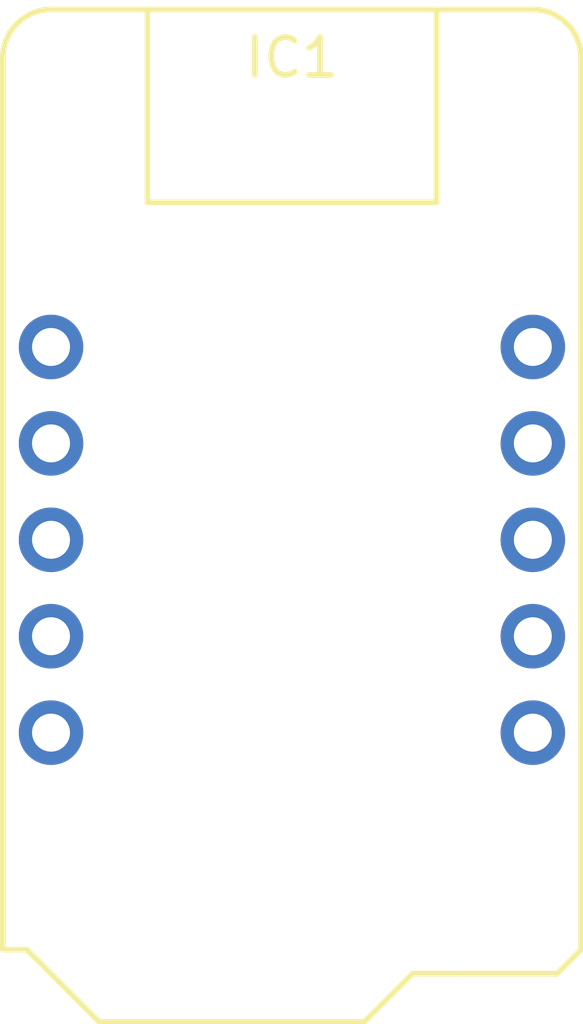
<source format=kicad_pcb>
(kicad_pcb (version 4) (host pcbnew 4.0.7)

  (general
    (links 0)
    (no_connects 0)
    (area 0 0 0 0)
    (thickness 1.6)
    (drawings 0)
    (tracks 0)
    (zones 0)
    (modules 1)
    (nets 11)
  )

  (page A4)
  (layers
    (0 F.Cu signal)
    (31 B.Cu signal)
    (32 B.Adhes user)
    (33 F.Adhes user)
    (34 B.Paste user)
    (35 F.Paste user)
    (36 B.SilkS user)
    (37 F.SilkS user)
    (38 B.Mask user)
    (39 F.Mask user)
    (40 Dwgs.User user)
    (41 Cmts.User user)
    (42 Eco1.User user)
    (43 Eco2.User user)
    (44 Edge.Cuts user)
    (45 Margin user)
    (46 B.CrtYd user)
    (47 F.CrtYd user)
    (48 B.Fab user)
    (49 F.Fab user)
  )

  (setup
    (last_trace_width 0.25)
    (trace_clearance 0.2)
    (zone_clearance 0.508)
    (zone_45_only no)
    (trace_min 0.2)
    (segment_width 0.2)
    (edge_width 0.15)
    (via_size 0.6)
    (via_drill 0.4)
    (via_min_size 0.4)
    (via_min_drill 0.3)
    (uvia_size 0.3)
    (uvia_drill 0.1)
    (uvias_allowed no)
    (uvia_min_size 0.2)
    (uvia_min_drill 0.1)
    (pcb_text_width 0.3)
    (pcb_text_size 1.5 1.5)
    (mod_edge_width 0.15)
    (mod_text_size 1 1)
    (mod_text_width 0.15)
    (pad_size 1.524 1.524)
    (pad_drill 0.762)
    (pad_to_mask_clearance 0.2)
    (aux_axis_origin 0 0)
    (visible_elements FFFFFF7F)
    (pcbplotparams
      (layerselection 0x00030_80000001)
      (usegerberextensions false)
      (excludeedgelayer true)
      (linewidth 0.100000)
      (plotframeref false)
      (viasonmask false)
      (mode 1)
      (useauxorigin false)
      (hpglpennumber 1)
      (hpglpenspeed 20)
      (hpglpendiameter 15)
      (hpglpenoverlay 2)
      (psnegative false)
      (psa4output false)
      (plotreference true)
      (plotvalue true)
      (plotinvisibletext false)
      (padsonsilk false)
      (subtractmaskfromsilk false)
      (outputformat 1)
      (mirror false)
      (drillshape 1)
      (scaleselection 1)
      (outputdirectory ""))
  )

  (net 0 "")
  (net 1 "Net-(IC1-Pad1)")
  (net 2 "Net-(IC1-Pad2)")
  (net 3 "Net-(IC1-Pad3)")
  (net 4 "Net-(IC1-Pad4)")
  (net 5 "Net-(IC1-Pad5)")
  (net 6 "Net-(IC1-Pad6)")
  (net 7 "Net-(IC1-Pad7)")
  (net 8 "Net-(IC1-Pad8)")
  (net 9 "Net-(IC1-Pad9)")
  (net 10 "Net-(IC1-Pad10)")

  (net_class Default "This is the default net class."
    (clearance 0.2)
    (trace_width 0.25)
    (via_dia 0.6)
    (via_drill 0.4)
    (uvia_dia 0.3)
    (uvia_drill 0.1)
    (add_net "Net-(IC1-Pad1)")
    (add_net "Net-(IC1-Pad10)")
    (add_net "Net-(IC1-Pad2)")
    (add_net "Net-(IC1-Pad3)")
    (add_net "Net-(IC1-Pad4)")
    (add_net "Net-(IC1-Pad5)")
    (add_net "Net-(IC1-Pad6)")
    (add_net "Net-(IC1-Pad7)")
    (add_net "Net-(IC1-Pad8)")
    (add_net "Net-(IC1-Pad9)")
  )

  (module 3000_Society_Badge:Trinket_3v3 (layer F.Cu) (tedit 5A120419) (tstamp 5C86F73E)
    (at 148.5011 105.0036)
    (descr "IC, Adafruit, Trinket M0, 3v3, Trinket3v3")
    (tags "IC Adafruit Trinket M0 3v3 Trinket3v3")
    (path /5C86C918)
    (fp_text reference IC1 (at 0 1.27) (layer F.SilkS)
      (effects (font (size 1 1) (thickness 0.15)))
    )
    (fp_text value Trinket3v3 (at 0 6.985) (layer F.Fab)
      (effects (font (size 1 1) (thickness 0.15)))
    )
    (fp_line (start -6.985 24.765) (end -7.62 24.765) (layer F.SilkS) (width 0.15))
    (fp_line (start 7.62 24.765) (end 7.62 1.27) (layer F.SilkS) (width 0.15))
    (fp_line (start -5.08 26.67) (end -6.985 24.765) (layer F.SilkS) (width 0.15))
    (fp_line (start 1.905 26.67) (end -5.08 26.67) (layer F.SilkS) (width 0.15))
    (fp_line (start 3.175 25.4) (end 1.905 26.67) (layer F.SilkS) (width 0.15))
    (fp_line (start 4.445 25.4) (end 3.175 25.4) (layer F.SilkS) (width 0.15))
    (fp_line (start 6.985 25.4) (end 4.445 25.4) (layer F.SilkS) (width 0.15))
    (fp_line (start 7.62 24.765) (end 6.985 25.4) (layer F.SilkS) (width 0.15))
    (fp_circle (center -1.5 14.224) (end -3 14.224) (layer Dwgs.User) (width 0.15))
    (fp_line (start -0.254 15.494) (end -0.254 12.954) (layer Dwgs.User) (width 0.15))
    (fp_line (start -2.794 15.494) (end -0.254 15.494) (layer Dwgs.User) (width 0.15))
    (fp_line (start -2.794 12.954) (end -2.794 15.494) (layer Dwgs.User) (width 0.15))
    (fp_line (start -0.254 12.954) (end -2.794 12.954) (layer Dwgs.User) (width 0.15))
    (fp_line (start -6.35 0) (end 6.35 0) (layer F.SilkS) (width 0.15))
    (fp_line (start -7.62 24.765) (end -7.62 1.27) (layer F.SilkS) (width 0.15))
    (fp_arc (start 6.35 1.27) (end 6.35 0) (angle 90) (layer F.SilkS) (width 0.15))
    (fp_arc (start -6.35 1.27) (end -7.62 1.27) (angle 90) (layer F.SilkS) (width 0.15))
    (fp_line (start 3.81 5.08) (end 3.81 0) (layer F.SilkS) (width 0.15))
    (fp_line (start -3.81 5.08) (end 3.81 5.08) (layer F.SilkS) (width 0.15))
    (fp_line (start -3.81 0) (end -3.81 5.08) (layer F.SilkS) (width 0.15))
    (pad 1 thru_hole circle (at -6.35 8.89) (size 1.7 1.7) (drill 1) (layers *.Cu *.Mask)
      (net 1 "Net-(IC1-Pad1)"))
    (pad 2 thru_hole circle (at -6.35 11.43) (size 1.7 1.7) (drill 1) (layers *.Cu *.Mask)
      (net 2 "Net-(IC1-Pad2)"))
    (pad 3 thru_hole circle (at -6.35 13.97) (size 1.7 1.7) (drill 1) (layers *.Cu *.Mask)
      (net 3 "Net-(IC1-Pad3)"))
    (pad 4 thru_hole circle (at -6.35 16.51) (size 1.7 1.7) (drill 1) (layers *.Cu *.Mask)
      (net 4 "Net-(IC1-Pad4)"))
    (pad 5 thru_hole circle (at -6.35 19.05) (size 1.7 1.7) (drill 1) (layers *.Cu *.Mask)
      (net 5 "Net-(IC1-Pad5)"))
    (pad 6 thru_hole circle (at 6.35 19.05) (size 1.7 1.7) (drill 1) (layers *.Cu *.Mask)
      (net 6 "Net-(IC1-Pad6)"))
    (pad 7 thru_hole circle (at 6.35 16.51) (size 1.7 1.7) (drill 1) (layers *.Cu *.Mask)
      (net 7 "Net-(IC1-Pad7)"))
    (pad 8 thru_hole circle (at 6.35 13.97) (size 1.7 1.7) (drill 1) (layers *.Cu *.Mask)
      (net 8 "Net-(IC1-Pad8)"))
    (pad 9 thru_hole circle (at 6.35 11.43) (size 1.7 1.7) (drill 1) (layers *.Cu *.Mask)
      (net 9 "Net-(IC1-Pad9)"))
    (pad 10 thru_hole circle (at 6.35 8.89) (size 1.7 1.7) (drill 1) (layers *.Cu *.Mask)
      (net 10 "Net-(IC1-Pad10)"))
  )

)

</source>
